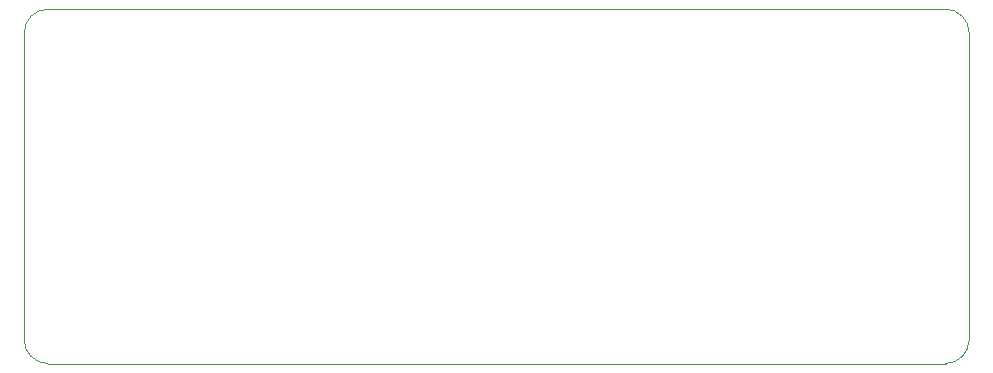
<source format=gbr>
%TF.GenerationSoftware,KiCad,Pcbnew,9.0.2*%
%TF.CreationDate,2025-06-06T22:39:28+05:30*%
%TF.ProjectId,AQEYE-SB-D1,41514559-452d-4534-922d-44312e6b6963,0.1*%
%TF.SameCoordinates,Original*%
%TF.FileFunction,Profile,NP*%
%FSLAX46Y46*%
G04 Gerber Fmt 4.6, Leading zero omitted, Abs format (unit mm)*
G04 Created by KiCad (PCBNEW 9.0.2) date 2025-06-06 22:39:28*
%MOMM*%
%LPD*%
G01*
G04 APERTURE LIST*
%TA.AperFunction,Profile*%
%ADD10C,0.100000*%
%TD*%
G04 APERTURE END LIST*
D10*
X80000000Y28000000D02*
X80000000Y2000000D01*
X78000000Y30000000D02*
G75*
G02*
X80000000Y28000000I0J-2000000D01*
G01*
X78000000Y0D02*
X2000000Y0D01*
X0Y2000000D02*
X0Y28000000D01*
X80000000Y2000000D02*
G75*
G02*
X78000000Y0I-2000000J0D01*
G01*
X2000000Y0D02*
G75*
G02*
X0Y2000000I0J2000000D01*
G01*
X2000000Y30000000D02*
X78000000Y30000000D01*
X0Y28000000D02*
G75*
G02*
X2000000Y30000000I2000000J0D01*
G01*
M02*

</source>
